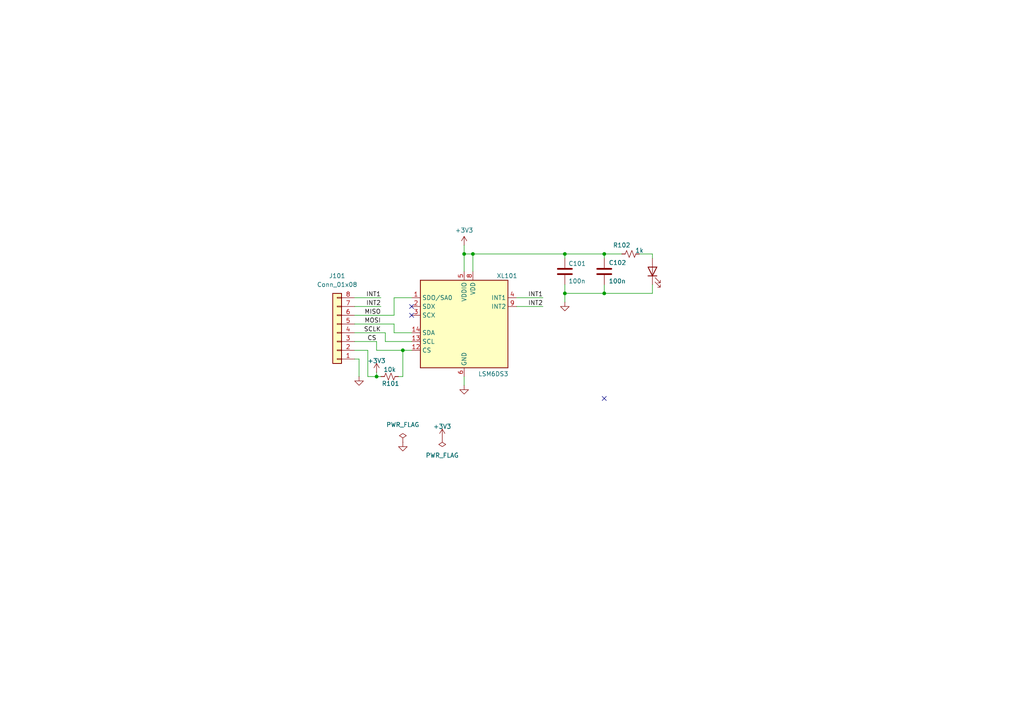
<source format=kicad_sch>
(kicad_sch (version 20231120) (generator "eeschema") (generator_version "8.0")
  (paper "A4")
  (lib_symbols
    (symbol "Connector_Generic:Conn_01x08" (pin_names (offset 1.016) hide)
      (property "Reference" "J" (at 0 10.16 0))
      (property "Value" "Conn_01x08" (at 0 -12.7 0))
      (symbol "Conn_01x08_1_1"
        (rectangle (start -1.27 -10.033) (end 0 -10.287) (stroke (width 0.1524)))
        (rectangle (start -1.27 -7.493) (end 0 -7.747) (stroke (width 0.1524)))
        (rectangle (start -1.27 -4.953) (end 0 -5.207) (stroke (width 0.1524)))
        (rectangle (start -1.27 -2.413) (end 0 -2.667) (stroke (width 0.1524)))
        (rectangle (start -1.27 0.127) (end 0 -0.127) (stroke (width 0.1524)))
        (rectangle (start -1.27 2.667) (end 0 2.413) (stroke (width 0.1524)))
        (rectangle (start -1.27 5.207) (end 0 4.953) (stroke (width 0.1524)))
        (rectangle (start -1.27 7.747) (end 0 7.493) (stroke (width 0.1524)))
        (rectangle (start -1.27 8.89) (end 1.27 -11.43) (stroke (width 0.254)) (fill (type background)))
        (pin passive line (at -5.08 7.62 0) (length 3.81) (name "Pin_1") (number "1"))
        (pin passive line (at -5.08 5.08 0) (length 3.81) (name "Pin_2") (number "2"))
        (pin passive line (at -5.08 2.54 0) (length 3.81) (name "Pin_3") (number "3"))
        (pin passive line (at -5.08 0 0) (length 3.81) (name "Pin_4") (number "4"))
        (pin passive line (at -5.08 -2.54 0) (length 3.81) (name "Pin_5") (number "5"))
        (pin passive line (at -5.08 -5.08 0) (length 3.81) (name "Pin_6") (number "6"))
        (pin passive line (at -5.08 -7.62 0) (length 3.81) (name "Pin_7") (number "7"))
        (pin passive line (at -5.08 -10.16 0) (length 3.81) (name "Pin_8") (number "8"))
      )
    )
    (symbol "Device:C" (pin_numbers hide) (pin_names (offset 0.254))
      (property "Reference" "C" (at 0.635 2.54 0))
      (property "Value" "C" (at 0.635 -2.54 0))
      (symbol "C_0_1"
        (polyline (pts (xy -2.032 -0.762) (xy 2.032 -0.762)) (stroke (width 0.508)))
        (polyline (pts (xy -2.032 0.762) (xy 2.032 0.762)) (stroke (width 0.508)))
      )
      (symbol "C_1_1"
        (pin passive line (at 0 3.81 270) (length 2.794) (name "~") (number "1"))
        (pin passive line (at 0 -3.81 90) (length 2.794) (name "~") (number "2"))
      )
    )
    (symbol "Device:LED" (pin_numbers hide) (pin_names (offset 1.016) hide)
      (property "Reference" "D" (at 0 2.54 0))
      (property "Value" "LED" (at 0 -2.54 0))
      (symbol "LED_0_1"
        (polyline (pts (xy -1.27 -1.27) (xy -1.27 1.27)) (stroke (width 0.254)))
        (polyline (pts (xy -1.27 0) (xy 1.27 0)))
        (polyline (pts (xy 1.27 -1.27) (xy 1.27 1.27) (xy -1.27 0) (xy 1.27 -1.27)) (stroke (width 0.254)))
        (polyline (pts (xy -3.048 -0.762) (xy -4.572 -2.286) (xy -3.81 -2.286) (xy -4.572 -2.286) (xy -4.572 -1.524)))
        (polyline (pts (xy -1.778 -0.762) (xy -3.302 -2.286) (xy -2.54 -2.286) (xy -3.302 -2.286) (xy -3.302 -1.524)))
      )
      (symbol "LED_1_1"
        (pin passive line (at -3.81 0 0) (length 2.54) (name "K") (number "1"))
        (pin passive line (at 3.81 0 180) (length 2.54) (name "A") (number "2"))
      )
    )
    (symbol "Device:R_Small_US" (pin_numbers hide) (pin_names (offset 0.254) hide)
      (property "Reference" "R" (at 0.762 0.508 0))
      (property "Value" "R_Small_US" (at 0.762 -1.016 0))
      (symbol "R_Small_US_1_1"
        (polyline (pts (xy 0 0) (xy 1.016 -0.381) (xy 0 -0.762) (xy -1.016 -1.143) (xy 0 -1.524)))
        (polyline (pts (xy 0 1.524) (xy 1.016 1.143) (xy 0 0.762) (xy -1.016 0.381) (xy 0 0)))
        (pin passive line (at 0 2.54 270) (length 1.016) (name "~") (number "1"))
        (pin passive line (at 0 -2.54 90) (length 1.016) (name "~") (number "2"))
      )
    )
    (symbol "Sensor_Motion:LSM6DS3"
      (property "Reference" "U" (at -11.43 15.24 0))
      (property "Value" "LSM6DS3" (at -11.43 12.7 0))
      (symbol "LSM6DS3_0_1"
        (rectangle (start -12.7 12.7) (end 12.7 -12.7) (stroke (width 0.254)) (fill (type background)))
      )
      (symbol "LSM6DS3_1_1"
        (pin bidirectional line (at -15.24 7.62 0) (length 2.54) (name "SDO/SA0") (number "1"))
        (pin no_connect line (at 12.7 -5.08 180) (length 3.81) hide (name "NC") (number "10"))
        (pin no_connect line (at 12.7 -2.54 180) (length 3.81) hide (name "NC") (number "11"))
        (pin input line (at -15.24 -7.62 0) (length 2.54) (name "CS") (number "12"))
        (pin input line (at -15.24 -5.08 0) (length 2.54) (name "SCL") (number "13"))
        (pin bidirectional line (at -15.24 -2.54 0) (length 2.54) (name "SDA") (number "14"))
        (pin bidirectional line (at -15.24 5.08 0) (length 2.54) (name "SDX") (number "2"))
        (pin input line (at -15.24 2.54 0) (length 2.54) (name "SCX") (number "3"))
        (pin output line (at 15.24 7.62 180) (length 2.54) (name "INT1") (number "4"))
        (pin power_in line (at 0 15.24 270) (length 2.54) (name "VDDIO") (number "5"))
        (pin power_in line (at 0 -15.24 90) (length 2.54) (name "GND") (number "6"))
        (pin passive line (at 0 -15.24 90) (length 2.54) hide (name "GND") (number "7"))
        (pin power_in line (at 2.54 15.24 270) (length 2.54) (name "VDD") (number "8"))
        (pin output line (at 15.24 5.08 180) (length 2.54) (name "INT2") (number "9"))
      )
    )
    (symbol "power:+3V3" (power) (pin_numbers hide) (pin_names (offset 0) hide)
      (property "Value" "+3V3" (at 0 3.556 0))
      (symbol "+3V3_0_1"
        (polyline (pts (xy -0.762 1.27) (xy 0 2.54)))
        (polyline (pts (xy 0 0) (xy 0 2.54)))
        (polyline (pts (xy 0 2.54) (xy 0.762 1.27)))
      )
      (symbol "+3V3_1_1"
        (pin power_in line (at 0 0 90) (length 0) (name "~") (number "1"))
      )
    )
    (symbol "power:GND" (power) (pin_numbers hide) (pin_names (offset 0) hide)
      (property "Value" "GND" (at 0 -3.81 0))
      (symbol "GND_0_1"
        (polyline (pts (xy 0 0) (xy 0 -1.27) (xy 1.27 -1.27) (xy 0 -2.54) (xy -1.27 -1.27) (xy 0 -1.27)))
      )
      (symbol "GND_1_1"
        (pin power_in line (at 0 0 270) (length 0) (name "~") (number "1"))
      )
    )
    (symbol "power:PWR_FLAG" (power) (pin_numbers hide) (pin_names (offset 0) hide)
      (property "Value" "PWR_FLAG" (at 0 3.81 0))
      (symbol "PWR_FLAG_0_0"
        (pin power_out line (at 0 0 90) (length 0) (name "~") (number "1"))
      )
      (symbol "PWR_FLAG_0_1"
        (polyline (pts (xy 0 0) (xy 0 1.27) (xy -1.016 1.905) (xy 0 2.54) (xy 1.016 1.905) (xy 0 1.27)))
      )
    )
  )
  (junction (at 116.84 101.6))
  (junction (at 134.62 73.66))
  (junction (at 109.22 109.22))
  (junction (at 175.26 73.66))
  (junction (at 175.26 85.09))
  (junction (at 137.16 73.66))
  (junction (at 163.83 85.09))
  (junction (at 163.83 73.66))
  (no_connect (at 119.38 88.9))
  (no_connect (at 175.26 115.57))
  (no_connect (at 119.38 91.44))
  (wire (pts (xy 110.49 109.22) (xy 109.22 109.22)))
  (wire (pts (xy 116.84 109.22) (xy 116.84 101.6)))
  (wire (pts (xy 109.22 99.06) (xy 102.87 99.06)))
  (wire (pts (xy 137.16 73.66) (xy 137.16 78.74)))
  (wire (pts (xy 109.22 107.95) (xy 109.22 109.22)))
  (wire (pts (xy 102.87 93.98) (xy 114.3 93.98)))
  (wire (pts (xy 109.22 101.6) (xy 116.84 101.6)))
  (wire (pts (xy 175.26 82.55) (xy 175.26 85.09)))
  (wire (pts (xy 106.68 101.6) (xy 102.87 101.6)))
  (wire (pts (xy 134.62 73.66) (xy 134.62 78.74)))
  (wire (pts (xy 137.16 73.66) (xy 163.83 73.66)))
  (wire (pts (xy 163.83 87.63) (xy 163.83 85.09)))
  (wire (pts (xy 163.83 74.93) (xy 163.83 73.66)))
  (wire (pts (xy 104.14 104.14) (xy 104.14 109.22)))
  (wire (pts (xy 114.3 96.52) (xy 114.3 93.98)))
  (wire (pts (xy 149.86 86.36) (xy 157.48 86.36)))
  (wire (pts (xy 102.87 88.9) (xy 110.49 88.9)))
  (wire (pts (xy 175.26 74.93) (xy 175.26 73.66)))
  (wire (pts (xy 175.26 85.09) (xy 189.23 85.09)))
  (wire (pts (xy 114.3 86.36) (xy 114.3 91.44)))
  (wire (pts (xy 111.76 99.06) (xy 111.76 96.52)))
  (wire (pts (xy 163.83 85.09) (xy 175.26 85.09)))
  (wire (pts (xy 185.42 73.66) (xy 189.23 73.66)))
  (wire (pts (xy 102.87 104.14) (xy 104.14 104.14)))
  (wire (pts (xy 134.62 73.66) (xy 137.16 73.66)))
  (wire (pts (xy 102.87 91.44) (xy 114.3 91.44)))
  (wire (pts (xy 119.38 99.06) (xy 111.76 99.06)))
  (wire (pts (xy 189.23 82.55) (xy 189.23 85.09)))
  (wire (pts (xy 163.83 73.66) (xy 175.26 73.66)))
  (wire (pts (xy 116.84 101.6) (xy 119.38 101.6)))
  (wire (pts (xy 119.38 96.52) (xy 114.3 96.52)))
  (wire (pts (xy 134.62 71.12) (xy 134.62 73.66)))
  (wire (pts (xy 109.22 109.22) (xy 106.68 109.22)))
  (wire (pts (xy 163.83 82.55) (xy 163.83 85.09)))
  (wire (pts (xy 189.23 73.66) (xy 189.23 74.93)))
  (wire (pts (xy 115.57 109.22) (xy 116.84 109.22)))
  (wire (pts (xy 106.68 101.6) (xy 106.68 109.22)))
  (wire (pts (xy 119.38 86.36) (xy 114.3 86.36)))
  (wire (pts (xy 175.26 73.66) (xy 180.34 73.66)))
  (wire (pts (xy 134.62 109.22) (xy 134.62 111.76)))
  (wire (pts (xy 109.22 101.6) (xy 109.22 99.06)))
  (wire (pts (xy 149.86 88.9) (xy 157.48 88.9)))
  (wire (pts (xy 102.87 86.36) (xy 110.49 86.36)))
  (wire (pts (xy 102.87 96.52) (xy 111.76 96.52)))
  (label "INT2" (at 157.48 88.9 180))
  (label "SCLK" (at 110.49 96.52 180))
  (label "CS" (at 109.22 99.06 180))
  (label "INT1" (at 110.49 86.36 180))
  (label "MOSI" (at 110.49 93.98 180))
  (label "INT2" (at 110.49 88.9 180))
  (label "MISO" (at 110.49 91.44 180))
  (label "INT1" (at 157.48 86.36 180))
  (symbol (lib_id "power:+3V3") (at 109.22 107.95 0) (unit 1)
    (property "Reference" "#PWR0102" (effects (hide yes)))
    (property "Value" "+3V3" (at 109.22 104.648 0))
    (property "Description" "Power symbol creates a global label with name \"+3V3\"" (effects (hide yes)))
  )
  (symbol (lib_id "Sensor_Motion:LSM6DS3") (at 134.62 93.98 0) (unit 1)
    (property "Reference" "XL101" (at 144.018 80.01 0) (effects (justify left)))
    (property "Value" "LSM6DS3" (at 138.684 108.458 0) (effects (justify left)))
    (property "Footprint" "Package_LGA:LGA-14_3x2.5mm_P0.5mm_LayoutBorder3x4y" (effects (hide yes)))
    (property "Datasheet" "https://www.st.com/resource/en/datasheet/lsm6ds3tr-c.pdf" (effects (hide yes)))
    (property "Description" "I2C/SPI, iNEMO inertial module: always-on 3D accelerometer and 3D gyroscope" (effects (hide yes)))
    (property "LCSC" "C967633" (effects (hide yes)))
  )
  (symbol (lib_id "Device:R_Small_US") (at 113.03 109.22 270) (unit 1)
    (property "Reference" "R101" (at 113.284 111.252 90))
    (property "Value" "10k" (at 113.03 107.188 90))
    (property "Footprint" "Resistor_SMD:R_0402_1005Metric" (effects (hide yes)))
    (property "Datasheet" "https://wmsc.lcsc.com/wmsc/upload/file/pdf/v2/lcsc/2206010100_UNI-ROYAL-Uniroyal-Elec-0402WGF1002TCE_C25744.pdf" (effects (hide yes)))
    (property "Description" "Resistor, small US symbol" (effects (hide yes)))
    (property "LCSC" "C25744" (effects (hide yes)))
  )
  (symbol (lib_id "Device:LED") (at 189.23 78.74 90) (unit 1)
    (property "Reference" "D101" (effects (hide yes)))
    (property "Value" "LED" (effects (hide yes)))
    (property "Footprint" "LED_SMD:LED_0603_1608Metric" (effects (hide yes)))
    (property "Description" "Light emitting diode" (effects (hide yes)))
    (property "LCSC" "C965805" (effects (hide yes)))
  )
  (symbol (lib_id "Connector_Generic:Conn_01x08") (at 97.79 96.52 180) (unit 1)
    (property "Reference" "J101" (at 97.79 80.01 0))
    (property "Value" "Conn_01x08" (at 97.79 82.55 0))
    (property "Footprint" "Connector_JST:JST_SH_SM08B-SRSS-TB_1x08-1MP_P1.00mm_Horizontal" (effects (hide yes)))
    (property "Description" "Generic connector, single row, 01x08, script generated (kicad-library-utils/schlib/autogen/connector/)" (effects (hide yes)))
    (property "LCSC" "C160407" (effects (hide yes)))
  )
  (symbol (lib_id "Device:C") (at 163.83 78.74 0) (unit 1)
    (property "Reference" "C101" (at 164.846 76.454 0) (effects (justify left)))
    (property "Value" "100n" (at 164.846 81.534 0) (effects (justify left)))
    (property "Footprint" "Capacitor_SMD:C_0402_1005Metric" (effects (hide yes)))
    (property "Datasheet" "https://wmsc.lcsc.com/wmsc/upload/file/pdf/v2/lcsc/2304140030_Samsung-Electro-Mechanics-CL05B104KB54PNC_C307331.pdf" (effects (hide yes)))
    (property "Description" "Unpolarized capacitor" (effects (hide yes)))
    (property "LCSC" "C307331" (effects (hide yes)))
  )
  (symbol (lib_id "power:GND") (at 104.14 109.22 0) (unit 1)
    (property "Reference" "#PWR0101" (effects (hide yes)))
    (property "Value" "GND" (effects (hide yes)))
    (property "Description" "Power symbol creates a global label with name \"GND\" , ground" (effects (hide yes)))
  )
  (symbol (lib_id "Device:C") (at 175.26 78.74 0) (unit 1)
    (property "Reference" "C102" (at 176.53 76.2 0) (effects (justify left)))
    (property "Value" "100n" (at 176.53 81.534 0) (effects (justify left)))
    (property "Footprint" "Capacitor_SMD:C_0402_1005Metric" (effects (hide yes)))
    (property "Datasheet" "https://wmsc.lcsc.com/wmsc/upload/file/pdf/v2/lcsc/2304140030_Samsung-Electro-Mechanics-CL05B104KB54PNC_C307331.pdf" (effects (hide yes)))
    (property "Description" "Unpolarized capacitor" (effects (hide yes)))
    (property "LCSC" "C307331" (effects (hide yes)))
  )
  (symbol (lib_id "Device:R_Small_US") (at 182.88 73.66 90) (unit 1)
    (property "Reference" "R102" (at 182.88 71.12 90) (effects (justify left)))
    (property "Value" "1k" (at 186.69 72.644 90) (effects (justify left)))
    (property "Footprint" "Resistor_SMD:R_0402_1005Metric" (effects (hide yes)))
    (property "Description" "Resistor, small US symbol" (effects (hide yes)))
    (property "LCSC" "C11702" (effects (hide yes)))
  )
  (symbol (lib_id "power:GND") (at 116.84 128.27 0) (unit 1)
    (property "Reference" "#PWR0103" (effects (hide yes)))
    (property "Value" "GND" (effects (hide yes)))
    (property "Description" "Power symbol creates a global label with name \"GND\" , ground" (effects (hide yes)))
  )
  (symbol (lib_id "power:PWR_FLAG") (at 128.27 127 180) (unit 1)
    (property "Reference" "#FLG0102" (effects (hide yes)))
    (property "Value" "PWR_FLAG" (at 128.27 132.08 0))
    (property "Description" "Special symbol for telling ERC where power comes from" (effects (hide yes)))
  )
  (symbol (lib_id "power:GND") (at 163.83 87.63 0) (unit 1)
    (property "Reference" "#PWR0107" (effects (hide yes)))
    (property "Value" "GND" (effects (hide yes)))
    (property "Description" "Power symbol creates a global label with name \"GND\" , ground" (effects (hide yes)))
  )
  (symbol (lib_id "power:GND") (at 134.62 111.76 0) (unit 1)
    (property "Reference" "#PWR0106" (effects (hide yes)))
    (property "Value" "GND" (effects (hide yes)))
    (property "Description" "Power symbol creates a global label with name \"GND\" , ground" (effects (hide yes)))
  )
  (symbol (lib_id "power:PWR_FLAG") (at 116.84 128.27 0) (unit 1)
    (property "Reference" "#FLG0101" (effects (hide yes)))
    (property "Value" "PWR_FLAG" (at 116.84 123.19 0))
    (property "Description" "Special symbol for telling ERC where power comes from" (effects (hide yes)))
  )
  (symbol (lib_id "power:+3V3") (at 134.62 71.12 0) (unit 1)
    (property "Reference" "#PWR0105" (effects (hide yes)))
    (property "Value" "+3V3" (at 134.62 66.802 0))
    (property "Description" "Power symbol creates a global label with name \"+3V3\"" (effects (hide yes)))
  )
  (symbol (lib_id "power:+3V3") (at 128.27 127 0) (unit 1)
    (property "Reference" "#PWR0104" (effects (hide yes)))
    (property "Value" "+3V3" (at 128.27 123.698 0))
    (property "Description" "Power symbol creates a global label with name \"+3V3\"" (effects (hide yes)))
  )
)
</source>
